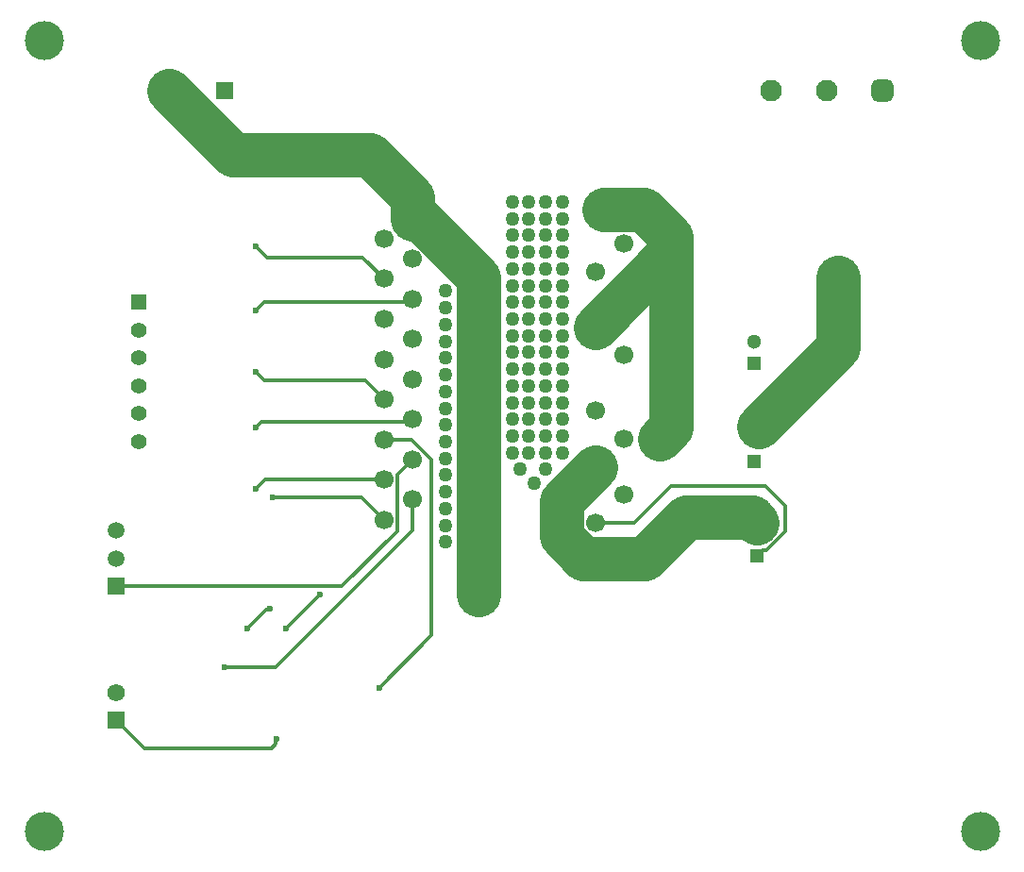
<source format=gbl>
G04*
G04 #@! TF.GenerationSoftware,Altium Limited,Altium Designer,23.4.1 (23)*
G04*
G04 Layer_Physical_Order=2*
G04 Layer_Color=16711680*
%FSLAX44Y44*%
%MOMM*%
G71*
G04*
G04 #@! TF.SameCoordinates,23056885-4623-4C4A-AB4B-1A291C1D203A*
G04*
G04*
G04 #@! TF.FilePolarity,Positive*
G04*
G01*
G75*
%ADD47C,1.4000*%
%ADD48R,1.4000X1.4000*%
%ADD51C,4.0000*%
%ADD52C,0.3000*%
%ADD53C,1.6950*%
%ADD54C,1.9500*%
G04:AMPARAMS|DCode=55|XSize=1.95mm|YSize=1.95mm|CornerRadius=0.4875mm|HoleSize=0mm|Usage=FLASHONLY|Rotation=180.000|XOffset=0mm|YOffset=0mm|HoleType=Round|Shape=RoundedRectangle|*
%AMROUNDEDRECTD55*
21,1,1.9500,0.9750,0,0,180.0*
21,1,0.9750,1.9500,0,0,180.0*
1,1,0.9750,-0.4875,0.4875*
1,1,0.9750,0.4875,0.4875*
1,1,0.9750,0.4875,-0.4875*
1,1,0.9750,-0.4875,-0.4875*
%
%ADD55ROUNDEDRECTD55*%
%ADD56C,1.6000*%
%ADD57R,1.6000X1.6000*%
%ADD58C,3.5000*%
%ADD59C,1.5750*%
%ADD60R,1.5750X1.5750*%
%ADD61R,1.3000X1.3000*%
%ADD62C,1.3000*%
%ADD63C,1.5080*%
%ADD64R,1.5080X1.5080*%
%ADD65C,1.2700*%
%ADD66C,0.6000*%
D47*
X115500Y379999D02*
D03*
Y405000D02*
D03*
Y430000D02*
D03*
Y454999D02*
D03*
Y480000D02*
D03*
D48*
Y504999D02*
D03*
D51*
X420000Y242500D02*
Y527643D01*
X360500Y580000D02*
Y599500D01*
X420000Y527643D02*
X420000Y527643D01*
X367643Y580000D02*
X420000Y527643D01*
X420000D01*
X322500Y637500D02*
X360500Y599500D01*
X592704Y392704D02*
Y550703D01*
X524500Y482500D02*
X592704Y550703D01*
Y563446D01*
X532500Y588006D02*
X568143D01*
X592704Y563446D01*
X582500Y382500D02*
X592704Y392704D01*
X742500Y465000D02*
Y527500D01*
X665000Y312500D02*
X670000Y307500D01*
X606185Y312500D02*
X665000D01*
X568685Y275000D02*
X606185Y312500D01*
X513856Y275000D02*
X568685D01*
X493993Y294863D02*
X513856Y275000D01*
X493993Y294863D02*
Y326993D01*
X524500Y357500D01*
X671250Y393750D02*
X742500Y465000D01*
X200001Y637500D02*
X322500D01*
X142500Y695000D02*
X200001Y637500D01*
D52*
X212500Y212500D02*
X229426Y229426D01*
X231926D01*
X232500Y230000D01*
X247250Y212250D02*
X277500Y242500D01*
X678279Y282500D02*
X695000Y299221D01*
X677500Y340000D02*
X695000Y322500D01*
Y299221D02*
Y322500D01*
X592500Y340000D02*
X677500D01*
X559999Y307499D02*
X592500Y340000D01*
X524500Y307499D02*
X559999D01*
X675000Y282500D02*
X678279D01*
X670000Y277500D02*
X675000Y282500D01*
X94750Y250000D02*
X297500D01*
X347107Y299607D02*
Y350607D01*
X297500Y250000D02*
X347107Y299607D01*
X192500Y177500D02*
X237500D01*
X360500Y300500D02*
Y328000D01*
X237500Y177500D02*
X360500Y300500D01*
X347107Y350607D02*
X360500Y364000D01*
X359480Y382000D02*
X377539Y363941D01*
Y206039D02*
Y363941D01*
X330750Y159250D02*
X377539Y206039D01*
X335100Y382000D02*
X359480D01*
X315100Y330000D02*
X335100Y310000D01*
X235000Y330000D02*
X315100D01*
X228500Y346000D02*
X335100D01*
X220000Y337500D02*
X228500Y346000D01*
X220000Y392500D02*
X225000Y397500D01*
X358000D02*
X360500Y400000D01*
X225000Y397500D02*
X358000D01*
X220000Y442500D02*
X227500Y435000D01*
X318099D02*
X335100Y418000D01*
X227500Y435000D02*
X318099D01*
X220000Y555000D02*
X230000Y545000D01*
X316100D02*
X335100Y526000D01*
X230000Y545000D02*
X316100D01*
X220000Y497500D02*
X227500Y505000D01*
X357831Y505331D02*
X360500Y508000D01*
X352098Y505331D02*
X357831D01*
X351767Y505000D02*
X352098Y505331D01*
X227500Y505000D02*
X351767D01*
X120000Y105000D02*
X234218D01*
X237952Y112846D02*
X238526Y113420D01*
X237952Y108734D02*
Y112846D01*
X234218Y105000D02*
X237952Y108734D01*
X95000Y130000D02*
X120000Y105000D01*
D53*
X524500Y582500D02*
D03*
X549900Y557499D02*
D03*
X524500Y532500D02*
D03*
Y482500D02*
D03*
X549900Y457500D02*
D03*
X524500Y407500D02*
D03*
X549900Y382500D02*
D03*
X524500Y357500D02*
D03*
X549900Y332500D02*
D03*
X524500Y307499D02*
D03*
X335100Y310000D02*
D03*
X360500Y328000D02*
D03*
X335100Y346000D02*
D03*
X360500Y364000D02*
D03*
X335100Y382000D02*
D03*
X360500Y400000D02*
D03*
X335100Y418000D02*
D03*
X360500Y436000D02*
D03*
X335100Y453999D02*
D03*
X360500Y472000D02*
D03*
X335100Y490000D02*
D03*
X360500Y508000D02*
D03*
X335100Y526000D02*
D03*
X360500Y544000D02*
D03*
X335100Y562000D02*
D03*
X360500Y580000D02*
D03*
X420000Y245000D02*
D03*
X582500Y382500D02*
D03*
X742500Y527500D02*
D03*
D54*
X682503Y695000D02*
D03*
X732503D02*
D03*
D55*
X782502D02*
D03*
D56*
X142500Y695000D02*
D03*
D57*
X192500D02*
D03*
D58*
X30000Y740000D02*
D03*
Y30000D02*
D03*
X870000D02*
D03*
Y740000D02*
D03*
D59*
X95000Y155000D02*
D03*
D60*
Y130000D02*
D03*
D61*
X667500Y362500D02*
D03*
Y450000D02*
D03*
X670000Y277500D02*
D03*
D62*
X667500Y382500D02*
D03*
Y470000D02*
D03*
X670000Y297500D02*
D03*
D63*
X94750Y300000D02*
D03*
Y275000D02*
D03*
D64*
Y250000D02*
D03*
D65*
X470000Y342500D02*
D03*
X390000Y320000D02*
D03*
Y305000D02*
D03*
Y290000D02*
D03*
Y335000D02*
D03*
Y425000D02*
D03*
Y410000D02*
D03*
Y395000D02*
D03*
Y350000D02*
D03*
Y365000D02*
D03*
Y380000D02*
D03*
Y470000D02*
D03*
Y455000D02*
D03*
Y440000D02*
D03*
Y485000D02*
D03*
Y500000D02*
D03*
Y515000D02*
D03*
X480000Y355000D02*
D03*
X457500D02*
D03*
X450000Y370000D02*
D03*
X465000D02*
D03*
X480000D02*
D03*
X495000D02*
D03*
X450000Y385000D02*
D03*
X465000D02*
D03*
X480000D02*
D03*
X495000D02*
D03*
X450000Y400000D02*
D03*
X465000D02*
D03*
X480000D02*
D03*
X495000D02*
D03*
X450000Y415000D02*
D03*
X465000D02*
D03*
X480000D02*
D03*
X495000D02*
D03*
X450000Y430000D02*
D03*
X465000D02*
D03*
X480000D02*
D03*
X495000D02*
D03*
X450000Y445000D02*
D03*
X465000D02*
D03*
X480000D02*
D03*
X495000D02*
D03*
X450000Y460000D02*
D03*
X465000D02*
D03*
X480000D02*
D03*
X495000D02*
D03*
X450000Y475000D02*
D03*
X465000D02*
D03*
X480000D02*
D03*
X495000D02*
D03*
X450000Y490000D02*
D03*
X465000D02*
D03*
X480000D02*
D03*
X495000D02*
D03*
X450000Y505000D02*
D03*
X465000D02*
D03*
X480000D02*
D03*
X495000D02*
D03*
X450000Y520000D02*
D03*
X465000D02*
D03*
X480000D02*
D03*
X495000D02*
D03*
X450000Y535000D02*
D03*
X465000D02*
D03*
X480000D02*
D03*
X495000D02*
D03*
X450000Y550000D02*
D03*
X465000D02*
D03*
X480000D02*
D03*
X495000D02*
D03*
X450000Y565000D02*
D03*
X465000D02*
D03*
X480000D02*
D03*
X495000D02*
D03*
X450000Y580000D02*
D03*
X465000D02*
D03*
X480000D02*
D03*
X495000D02*
D03*
Y595000D02*
D03*
X480000D02*
D03*
X465000D02*
D03*
X450000D02*
D03*
D66*
X232500Y230000D02*
D03*
X212500Y212500D02*
D03*
X277500Y242500D02*
D03*
X247250Y212250D02*
D03*
X192500Y177500D02*
D03*
X330750Y159250D02*
D03*
X235000Y330000D02*
D03*
X220000Y337500D02*
D03*
Y392500D02*
D03*
Y442500D02*
D03*
Y555000D02*
D03*
Y497500D02*
D03*
X238526Y113420D02*
D03*
M02*

</source>
